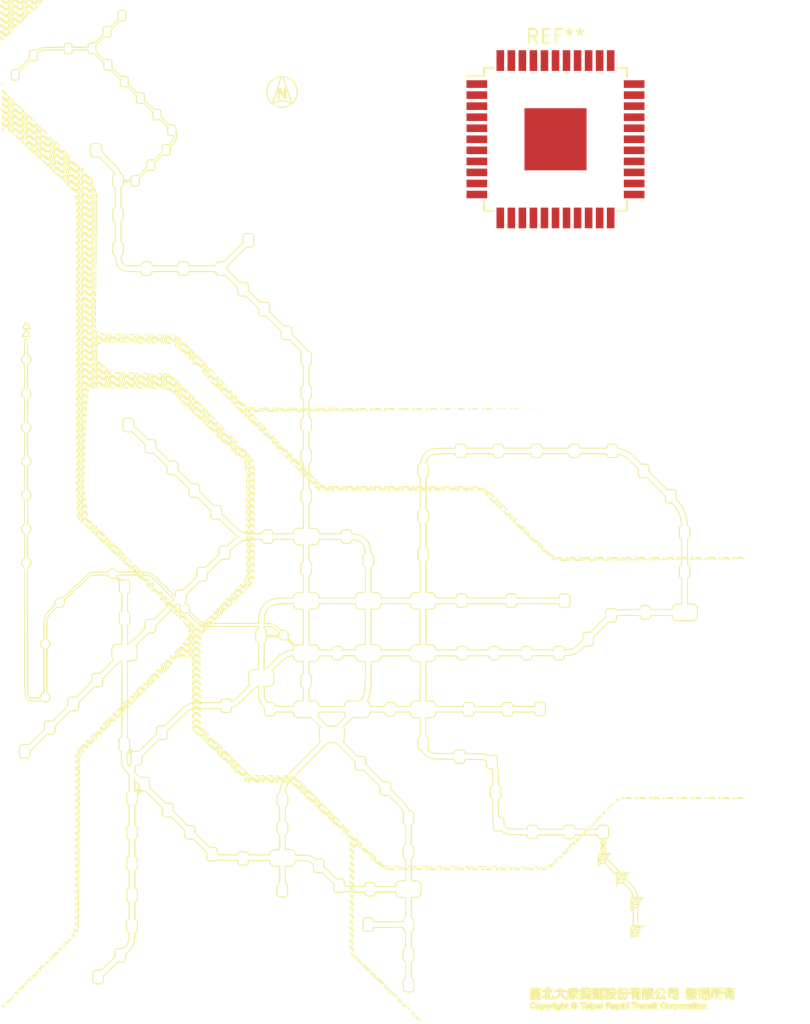
<source format=kicad_pcb>
(kicad_pcb (version 20171130) (host pcbnew "(5.1.10-1-10_14)")
  (layers (0 F.Cu signal) (31 B.Cu signal) (34 B.Paste user) (35 F.Paste user) (36 B.SilkS user) (37 F.SilkS user) (38 B.Mask user) (39 F.Mask user) (44 Edge.Cuts user))
  (net 0 "")
  (module metro_map:sm_back (layer B.Cu) (at 137.4 144.8 180)
    (fp_text reference G*** hide)
    (fp_text value LOGO hide)
  )
  (module metro_map:solder_mask (layer F.Cu) (at 137.4 144.8)
    (fp_text reference G*** hide)
    (fp_text value LOGO hide)
  )
  (module Package_QFP:TQFP-44-1EP_10x10mm_P0.8mm_EP4.5x4.5mm (layer F.Cu) (at 150.6 117.6)
    (fp_text reference REF** (at 0 -7.45) (layer F.SilkS))
    (fp_text value TQFP-44-1EP_10x10mm_P0.8mm_EP4.5x4.5mm)
    (pad 45 smd rect (at 0 0) (size 4.5 4.5) (layers F.Cu F.Mask))
    (pad 44 smd rect (at -4 -5.7 90) (size 1.5 0.55) (layers F.Cu F.Paste F.Mask))
    (pad 43 smd rect (at -3.2 -5.7 90) (size 1.5 0.55) (layers F.Cu F.Paste F.Mask))
    (pad 42 smd rect (at -2.4 -5.7 90) (size 1.5 0.55) (layers F.Cu F.Paste F.Mask))
    (pad 41 smd rect (at -1.6 -5.7 90) (size 1.5 0.55) (layers F.Cu F.Paste F.Mask))
    (pad 40 smd rect (at -0.8 -5.7 90) (size 1.5 0.55) (layers F.Cu F.Paste F.Mask))
    (pad 39 smd rect (at 0 -5.7 90) (size 1.5 0.55) (layers F.Cu F.Paste F.Mask))
    (pad 38 smd rect (at 0.8 -5.7 90) (size 1.5 0.55) (layers F.Cu F.Paste F.Mask))
    (pad 37 smd rect (at 1.6 -5.7 90) (size 1.5 0.55) (layers F.Cu F.Paste F.Mask))
    (pad 36 smd rect (at 2.4 -5.7 90) (size 1.5 0.55) (layers F.Cu F.Paste F.Mask))
    (pad 35 smd rect (at 3.2 -5.7 90) (size 1.5 0.55) (layers F.Cu F.Paste F.Mask))
    (pad 34 smd rect (at 4 -5.7 90) (size 1.5 0.55) (layers F.Cu F.Paste F.Mask))
    (pad 33 smd rect (at 5.7 -4) (size 1.5 0.55) (layers F.Cu F.Paste F.Mask))
    (pad 32 smd rect (at 5.7 -3.2) (size 1.5 0.55) (layers F.Cu F.Paste F.Mask))
    (pad 31 smd rect (at 5.7 -2.4) (size 1.5 0.55) (layers F.Cu F.Paste F.Mask))
    (pad 30 smd rect (at 5.7 -1.6) (size 1.5 0.55) (layers F.Cu F.Paste F.Mask))
    (pad 29 smd rect (at 5.7 -0.8) (size 1.5 0.55) (layers F.Cu F.Paste F.Mask))
    (pad 28 smd rect (at 5.7 0) (size 1.5 0.55) (layers F.Cu F.Paste F.Mask))
    (pad 27 smd rect (at 5.7 0.8) (size 1.5 0.55) (layers F.Cu F.Paste F.Mask))
    (pad 26 smd rect (at 5.7 1.6) (size 1.5 0.55) (layers F.Cu F.Paste F.Mask))
    (pad 25 smd rect (at 5.7 2.4) (size 1.5 0.55) (layers F.Cu F.Paste F.Mask))
    (pad 24 smd rect (at 5.7 3.2) (size 1.5 0.55) (layers F.Cu F.Paste F.Mask))
    (pad 23 smd rect (at 5.7 4) (size 1.5 0.55) (layers F.Cu F.Paste F.Mask))
    (pad 22 smd rect (at 4 5.7 90) (size 1.5 0.55) (layers F.Cu F.Paste F.Mask))
    (pad 21 smd rect (at 3.2 5.7 90) (size 1.5 0.55) (layers F.Cu F.Paste F.Mask))
    (pad 20 smd rect (at 2.4 5.7 90) (size 1.5 0.55) (layers F.Cu F.Paste F.Mask))
    (pad 19 smd rect (at 1.6 5.7 90) (size 1.5 0.55) (layers F.Cu F.Paste F.Mask))
    (pad 18 smd rect (at 0.8 5.7 90) (size 1.5 0.55) (layers F.Cu F.Paste F.Mask))
    (pad 17 smd rect (at 0 5.7 90) (size 1.5 0.55) (layers F.Cu F.Paste F.Mask))
    (pad 16 smd rect (at -0.8 5.7 90) (size 1.5 0.55) (layers F.Cu F.Paste F.Mask))
    (pad 15 smd rect (at -1.6 5.7 90) (size 1.5 0.55) (layers F.Cu F.Paste F.Mask))
    (pad 14 smd rect (at -2.4 5.7 90) (size 1.5 0.55) (layers F.Cu F.Paste F.Mask))
    (pad 13 smd rect (at -3.2 5.7 90) (size 1.5 0.55) (layers F.Cu F.Paste F.Mask))
    (pad 12 smd rect (at -4 5.7 90) (size 1.5 0.55) (layers F.Cu F.Paste F.Mask))
    (pad 11 smd rect (at -5.7 4) (size 1.5 0.55) (layers F.Cu F.Paste F.Mask))
    (pad 10 smd rect (at -5.7 3.2) (size 1.5 0.55) (layers F.Cu F.Paste F.Mask))
    (pad 9 smd rect (at -5.7 2.4) (size 1.5 0.55) (layers F.Cu F.Paste F.Mask))
    (pad 8 smd rect (at -5.7 1.6) (size 1.5 0.55) (layers F.Cu F.Paste F.Mask))
    (pad 7 smd rect (at -5.7 0.8) (size 1.5 0.55) (layers F.Cu F.Paste F.Mask))
    (pad 6 smd rect (at -5.7 0) (size 1.5 0.55) (layers F.Cu F.Paste F.Mask))
    (pad 5 smd rect (at -5.7 -0.8) (size 1.5 0.55) (layers F.Cu F.Paste F.Mask))
    (pad 4 smd rect (at -5.7 -1.6) (size 1.5 0.55) (layers F.Cu F.Paste F.Mask))
    (pad 3 smd rect (at -5.7 -2.4) (size 1.5 0.55) (layers F.Cu F.Paste F.Mask))
    (pad 2 smd rect (at -5.7 -3.2) (size 1.5 0.55) (layers F.Cu F.Paste F.Mask))
    (pad 1 smd rect (at -5.7 -4) (size 1.5 0.55) (layers F.Cu F.Paste F.Mask))
  )
  (module metro_map:metro_map (layer F.Cu) (at 137.4 144.6)
    (fp_text reference G*** hide)
    (fp_text value LOGO hide)
  )
)
</source>
